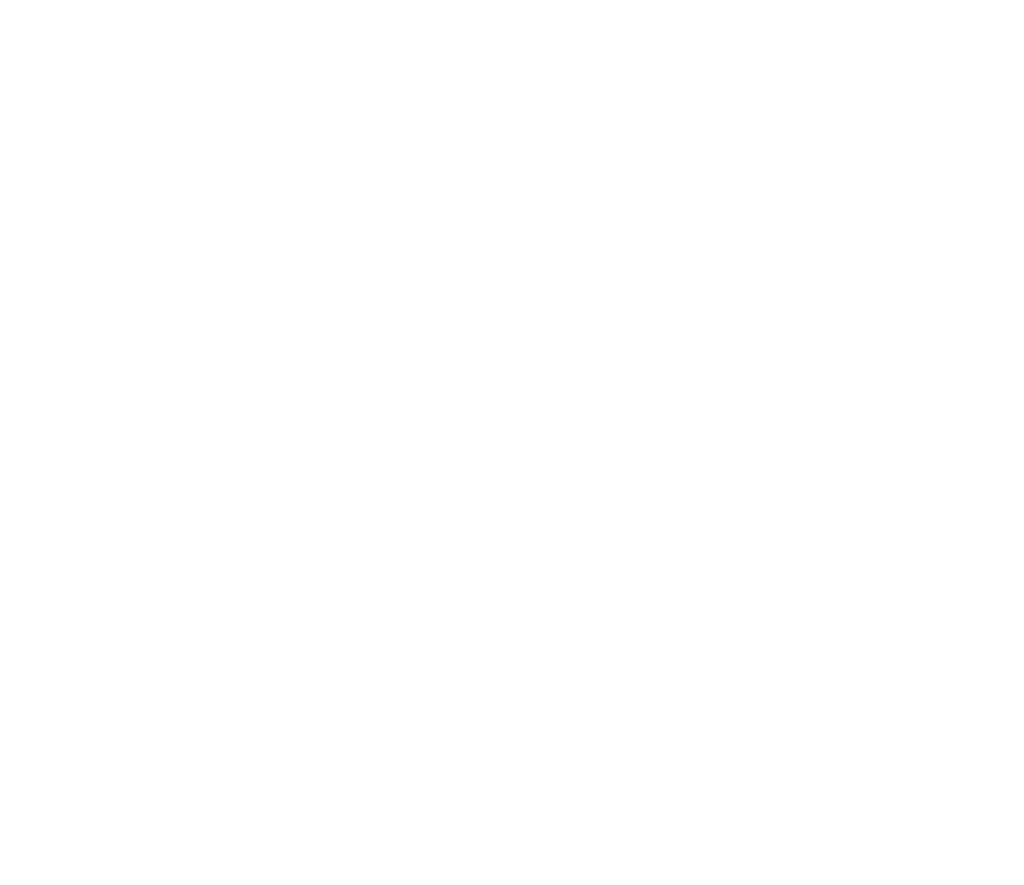
<source format=kicad_pcb>
(kicad_pcb (version 20211014) (generator pcbnew)

  (general
    (thickness 1.6)
  )

  (paper "A4")
  (layers
    (0 "F.Cu" signal)
    (31 "B.Cu" signal)
    (32 "B.Adhes" user "B.Adhesive")
    (33 "F.Adhes" user "F.Adhesive")
    (34 "B.Paste" user)
    (35 "F.Paste" user)
    (36 "B.SilkS" user "B.Silkscreen")
    (37 "F.SilkS" user "F.Silkscreen")
    (38 "B.Mask" user)
    (39 "F.Mask" user)
    (40 "Dwgs.User" user "User.Drawings")
    (41 "Cmts.User" user "User.Comments")
    (42 "Eco1.User" user "User.Eco1")
    (43 "Eco2.User" user "User.Eco2")
    (44 "Edge.Cuts" user)
    (45 "Margin" user)
    (46 "B.CrtYd" user "B.Courtyard")
    (47 "F.CrtYd" user "F.Courtyard")
    (48 "B.Fab" user)
    (49 "F.Fab" user)
    (50 "User.1" user)
    (51 "User.2" user)
    (52 "User.3" user)
    (53 "User.4" user)
    (54 "User.5" user)
    (55 "User.6" user)
    (56 "User.7" user)
    (57 "User.8" user)
    (58 "User.9" user)
  )

  (setup
    (pad_to_mask_clearance 0)
    (pcbplotparams
      (layerselection 0x00010fc_ffffffff)
      (disableapertmacros false)
      (usegerberextensions false)
      (usegerberattributes true)
      (usegerberadvancedattributes true)
      (creategerberjobfile true)
      (svguseinch false)
      (svgprecision 6)
      (excludeedgelayer true)
      (plotframeref false)
      (viasonmask false)
      (mode 1)
      (useauxorigin false)
      (hpglpennumber 1)
      (hpglpenspeed 20)
      (hpglpendiameter 15.000000)
      (dxfpolygonmode true)
      (dxfimperialunits true)
      (dxfusepcbnewfont true)
      (psnegative false)
      (psa4output false)
      (plotreference true)
      (plotvalue true)
      (plotinvisibletext false)
      (sketchpadsonfab false)
      (subtractmaskfromsilk false)
      (outputformat 1)
      (mirror false)
      (drillshape 1)
      (scaleselection 1)
      (outputdirectory "")
    )
  )

  (net 0 "")

  (gr_line (start 95.25 162.56) (end 95.25 167.64) (layer "Dwgs.User") (width 0.15) (tstamp 0a851cf6-ea00-4399-a4ab-e0edfc7a05b0))
  (gr_line (start 120.65 99.06) (end 120.65 104.14) (layer "Dwgs.User") (width 0.15) (tstamp 12428b07-4dcb-4ed4-87bb-fccbd965b726))
  (gr_line (start 48.26 76.2) (end 53.34 76.2) (layer "Dwgs.User") (width 0.15) (tstamp 20aa445d-98f3-415a-bd69-e7e26b754ef6))
  (gr_line (start 190.5 73.66) (end 190.5 78.74) (layer "Dwgs.User") (width 0.15) (tstamp 226963f1-6f23-4a1d-9b0e-14872bd8a113))
  (gr_line (start 95.25 48.26) (end 95.25 53.34) (layer "Dwgs.User") (width 0.15) (tstamp 23b007e9-44b2-42eb-8b0d-0d0b6e17fb69))
  (gr_line (start 118.11 50.8) (end 123.19 50.8) (layer "Dwgs.User") (width 0.15) (tstamp 3332d9d3-1b74-496c-b0b4-eb5cce5a56f6))
  (gr_line (start 190.5 22.86) (end 190.5 27.94) (layer "Dwgs.User") (width 0.15) (tstamp 35de16fa-2bc4-401e-9463-e231c76ad5ec))
  (gr_line (start 146.05 -2.54) (end 146.05 2.54) (layer "Dwgs.User") (width 0.15) (tstamp 38d5c555-1832-4dba-8421-328b76b5fe6f))
  (gr_line (start 118.11 101.6) (end 123.19 101.6) (layer "Dwgs.User") (width 0.15) (tstamp 3eb82490-152a-4c06-afab-1c50822303c0))
  (gr_line (start 95.25 187.96) (end 95.25 193.04) (layer "Dwgs.User") (width 0.15) (tstamp 41059149-ba60-443a-b658-e879b3dff095))
  (gr_line (start 92.71 165.1) (end 97.79 165.1) (layer "Dwgs.User") (width 0.15) (tstamp 4903894b-b517-46b1-b47f-b11b328152c8))
  (gr_line (start 41.91 190.5) (end 46.99 190.5) (layer "Dwgs.User") (width 0.15) (tstamp 4a9bd0aa-24cd-499c-b062-456f4db22ff3))
  (gr_line (start 48.26 25.4) (end 53.34 25.4) (layer "Dwgs.User") (width 0.15) (tstamp 5104f6e6-1eb4-4ee7-8d8d-ad5c68d3b63d))
  (gr_line (start 194.31 165.1) (end 199.39 165.1) (layer "Dwgs.User") (width 0.15) (tstamp 588e43ce-cc3f-417b-a185-f15e3531808e))
  (gr_line (start 44.45 187.96) (end 44.45 193.04) (layer "Dwgs.User") (width 0.15) (tstamp 5baaad1c-828a-42c3-ad62-4073927aa9db))
  (gr_line (start 143.51 0) (end 148.59 0) (layer "Dwgs.User") (width 0.15) (tstamp 5f8058f8-4437-49fc-9563-5187ad2fd48f))
  (gr_line (start 50.8 73.66) (end 50.8 78.74) (layer "Dwgs.User") (width 0.15) (tstamp 68519cc8-12a9-43af-8ec7-2786dae64d76))
  (gr_line (start 44.45 162.56) (end 44.45 167.64) (layer "Dwgs.User") (width 0.15) (tstamp 6fdca17d-7960-47aa-87d7-31a90a4a78ea))
  (gr_line (start 143.51 165.1) (end 148.59 165.1) (layer "Dwgs.User") (width 0.15) (tstamp 7638d6e3-7fe1-4c8b-be7a-8101211dff79))
  (gr_line (start 95.25 99.06) (end 95.25 104.14) (layer "Dwgs.User") (width 0.15) (tstamp 7c13d619-bea6-42f7-92d9-728966e2949f))
  (gr_line (start 146.05 48.26) (end 146.05 53.34) (layer "Dwgs.User") (width 0.15) (tstamp 7ca998dc-4286-47ec-b731-2660cf5be95b))
  (gr_line (start 67.31 190.5) (end 72.39 190.5) (layer "Dwgs.User") (width 0.15) (tstamp 83568950-9d3d-42e9-a8d4-b43f6ebadd0f))
  (gr_line (start 146.05 162.56) (end 146.05 167.64) (layer "Dwgs.User") (width 0.15) (tstamp 839e8677-0cb8-4626-8f1e-b434566a44cc))
  (gr_line (start 146.05 99.06) (end 146.05 104.14) (layer "Dwgs.User") (width 0.15) (tstamp 83a7505b-9971-4356-be12-b9d88378ee9b))
  (gr_line (start 168.91 139.7) (end 173.99 139.7) (layer "Dwgs.User") (width 0.15) (tstamp 85e02db1-8870-405d-bd70-7f0d6bad5371))
  (gr_line (start 187.96 25.4) (end 193.04 25.4) (layer "Dwgs.User") (width 0.15) (tstamp 8acad234-acce-462b-9eb8-57d066b70ab7))
  (gr_line (start 69.85 137.16) (end 69.85 142.24) (layer "Dwgs.User") (width 0.15) (tstamp 8fa4e7a9-be9c-455d-8cce-55a84e5f05ff))
  (gr_line (start 143.51 101.6) (end 148.59 101.6) (layer "Dwgs.User") (width 0.15) (tstamp 9563725d-365f-435c-a639-6b01a4fd219b))
  (gr_line (start 92.71 101.6) (end 97.79 101.6) (layer "Dwgs.User") (width 0.15) (tstamp 9979c4a3-0e5a-4d1e-b05d-fd56b18bfb89))
  (gr_line (start 50.8 22.86) (end 50.8 27.94) (layer "Dwgs.User") (width 0.15) (tstamp 9b4e6996-ad8c-4958-ab80-c89ac565e38a))
  (gr_line (start 69.85 187.96) (end 69.85 193.04) (layer "Dwgs.User") (width 0.15) (tstamp a15d5aaa-c56c-4c75-b907-2c95528627ed))
  (gr_line (start 92.71 190.5) (end 97.79 190.5) (layer "Dwgs.User") (width 0.15) (tstamp ab1f5300-444d-4db1-b431-42d824e59d3a))
  (gr_line (start 143.51 50.8) (end 148.59 50.8) (layer "Dwgs.User") (width 0.15) (tstamp af315d67-092e-430a-b9be-0910a8c70327))
  (gr_line (start 120.65 48.26) (end 120.65 53.34) (layer "Dwgs.User") (width 0.15) (tstamp b01ac29a-585d-4c02-9ab2-1310735eba58))
  (gr_line (start 171.45 137.16) (end 171.45 142.24) (layer "Dwgs.User") (width 0.15) (tstamp b105e7de-8aab-406b-afd8-8a6afe55c93b))
  (gr_line (start 92.71 0) (end 97.79 0) (layer "Dwgs.User") (width 0.15) (tstamp ba3ed504-de8b-4c35-a5b3-ed64b6358ad4))
  (gr_line (start 67.31 139.7) (end 72.39 139.7) (layer "Dwgs.User") (width 0.15) (tstamp bfb336d0-bf28-4ac4-89af-f338f8ee3a72))
  (gr_line (start 196.85 162.56) (end 196.85 167.64) (layer "Dwgs.User") (width 0.15) (tstamp c006cd23-0662-47d5-a0e5-6f2d4debf07b))
  (gr_line (start 92.71 50.8) (end 97.79 50.8) (layer "Dwgs.User") (width 0.15) (tstamp d6ee0e82-a4ad-4b06-9014-8f34fecfbee2))
  (gr_line (start 187.96 76.2) (end 193.04 76.2) (layer "Dwgs.User") (width 0.15) (tstamp d8d34d84-b695-4fbe-8887-4f1669e68bab))
  (gr_line (start 95.25 -2.54) (end 95.25 2.54) (layer "Dwgs.User") (width 0.15) (tstamp e4ddfba0-50f8-4cad-9448-04576dbbc966))
  (gr_line (start 41.91 165.1) (end 46.99 165.1) (layer "Dwgs.User") (width 0.15) (tstamp fa2ad638-dc00-49e2-befd-54ac7ea8bcb7))
  (gr_text "Crosshairs show the\nlocations of the pots\nand switches.\n\nDouble check before\nlayout and ordering!" (at 203.2 114.935) (layer "Dwgs.User") (tstamp 726520f4-9400-404d-8f80-8f3a78a86090)
    (effects (font (size 4 4) (thickness 0.4)) (justify left))
  )

)

</source>
